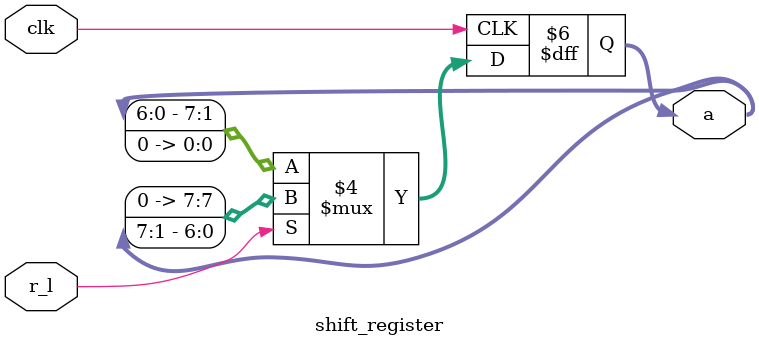
<source format=v>
`timescale 1ns / 1ps

// Shift Register 

module shift_register (a, clk, r_l);
  input clk, r_l;         
  output reg [7:0] a;   
  
  initial a = 8'h01;      

  always @(negedge clk)
  begin
    if (r_l)
      a = {1'b0, a[7:1]};     // Right shift
    else
      a = {a[6:0], 1'b0};     // Left shift
  end
endmodule

</source>
